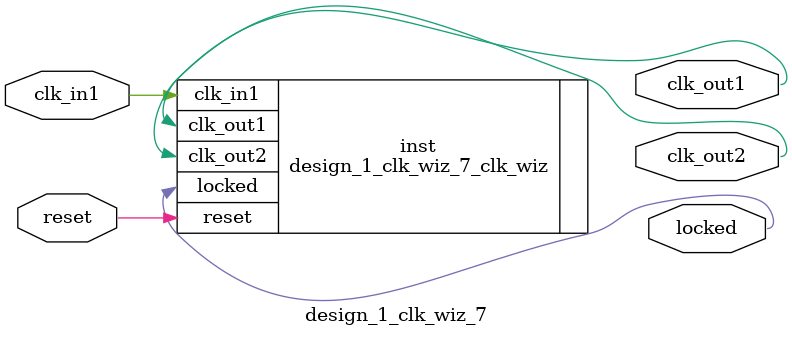
<source format=v>


`timescale 1ps/1ps

(* CORE_GENERATION_INFO = "design_1_clk_wiz_7,clk_wiz_v6_0_3_0_0,{component_name=design_1_clk_wiz_7,use_phase_alignment=true,use_min_o_jitter=false,use_max_i_jitter=false,use_dyn_phase_shift=false,use_inclk_switchover=false,use_dyn_reconfig=false,enable_axi=0,feedback_source=FDBK_AUTO,PRIMITIVE=MMCM,num_out_clk=2,clkin1_period=10.000,clkin2_period=10.000,use_power_down=false,use_reset=true,use_locked=true,use_inclk_stopped=false,feedback_type=SINGLE,CLOCK_MGR_TYPE=NA,manual_override=false}" *)

module design_1_clk_wiz_7 
 (
  // Clock out ports
  output        clk_out1,
  output        clk_out2,
  // Status and control signals
  input         reset,
  output        locked,
 // Clock in ports
  input         clk_in1
 );

  design_1_clk_wiz_7_clk_wiz inst
  (
  // Clock out ports  
  .clk_out1(clk_out1),
  .clk_out2(clk_out2),
  // Status and control signals               
  .reset(reset), 
  .locked(locked),
 // Clock in ports
  .clk_in1(clk_in1)
  );

endmodule

</source>
